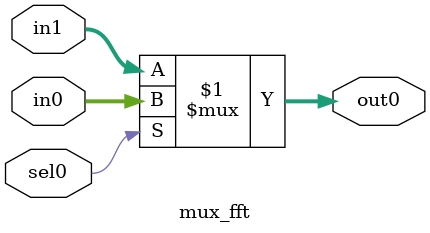
<source format=v>
module mux_fft
#(
	parameter width = 24
)
(
	input				sel0,
	input	[width-1:0]	in0,
	input	[width-1:0]	in1,
	output	[width-1:0]	out0
);

	assign out0 =  (sel0) ? in0 : in1;
	
endmodule


</source>
